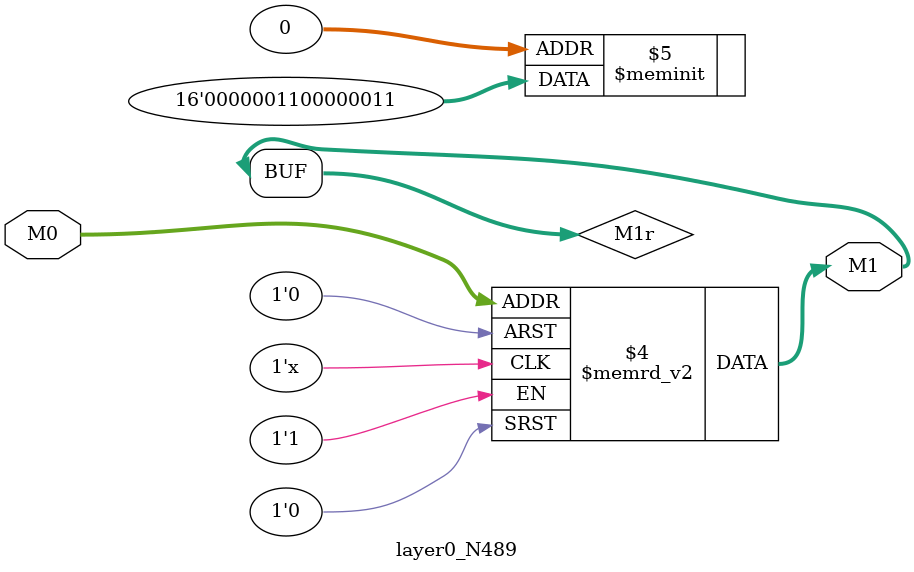
<source format=v>
module layer0_N489 ( input [2:0] M0, output [1:0] M1 );

	(*rom_style = "distributed" *) reg [1:0] M1r;
	assign M1 = M1r;
	always @ (M0) begin
		case (M0)
			3'b000: M1r = 2'b11;
			3'b100: M1r = 2'b11;
			3'b010: M1r = 2'b00;
			3'b110: M1r = 2'b00;
			3'b001: M1r = 2'b00;
			3'b101: M1r = 2'b00;
			3'b011: M1r = 2'b00;
			3'b111: M1r = 2'b00;

		endcase
	end
endmodule

</source>
